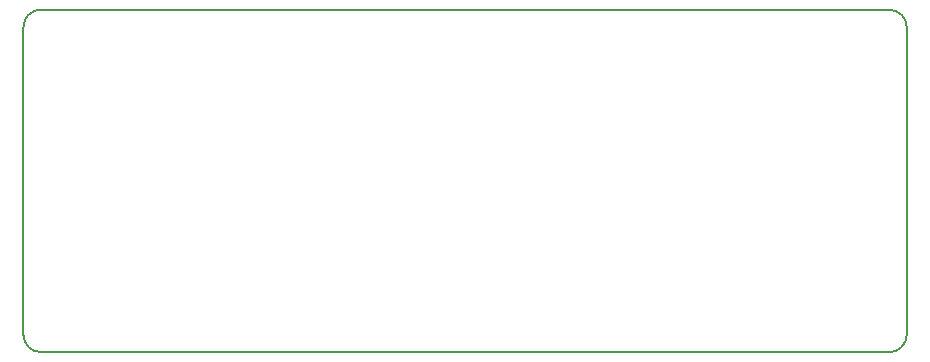
<source format=gko>
G04*
G04 #@! TF.GenerationSoftware,Altium Limited,Altium Designer,20.0.10 (225)*
G04*
G04 Layer_Color=16711935*
%FSLAX44Y44*%
%MOMM*%
G71*
G01*
G75*
%ADD10C,0.2000*%
D10*
X747990Y275100D02*
G03*
X733105Y289985I-14885J0D01*
G01*
X733100Y15D02*
G03*
X747985Y14900I0J14885D01*
G01*
X45Y14885D02*
G03*
X14930Y0I14885J0D01*
G01*
X14920Y290080D02*
G03*
X35Y275195I0J-14885D01*
G01*
X0Y14890D02*
Y275000D01*
X14930Y-2D02*
X733100D01*
X748000Y14900D02*
Y275000D01*
X14920Y289998D02*
X733100Y289998D01*
M02*

</source>
